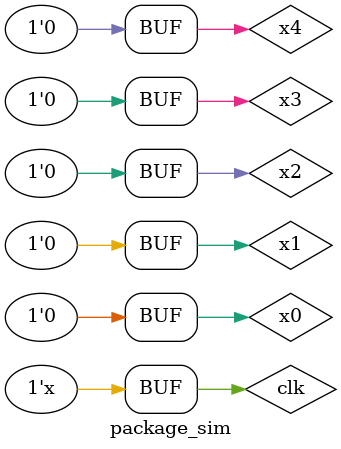
<source format=v>
`timescale 1ns / 1ps

/////!!!!!!!!!!!!!!!!!!!!!×¢£º·ÂÕæÊ±Ðè½«clkµÄ·­×ªÌõ¼þ¸ÄÎªclk==10£¬S2¡¢S3¡¢S6¡¢S7ÏòÏÂÒ»×´Ì¬×ªÒÆÌõ¼þ¸ÄÎªcount5==50
module package_sim();
    reg [3:0] hex0;
    reg clk=0;
    reg x1=0;//s1:´æ°ü£¬s2£ºÈ¡°ü£¬s3£ºÈ·ÈÏ£¬s4£ºÊäÈë
    reg x2=0;
    reg x3=0;
    reg x4=0;
    reg x0=0;
    wire [7:0] segs0;
    wire [7:0] segs1;
    wire [7:0] len;
    wire [15:0] led;
    wire [2:0] choice;
    wire [15:0] srcode;
    wire [3:0] currentstate;
    wire [3:0] nextstate;
always begin
#1 clk=~clk;
end
package U(.hex0(hex0),.clk(clk),.x1(x1),.x2(x2),.x3(x3),.x4(x4),.x0(x0),.segs0(segs0),.segs1(segs1),.len(len),.led(led),.choice(choice),.srcode(srcode),.currentstate(currentstate),.nextstate(nextstate));
initial begin

#200000 x1=1;
#600 x1=0;
#200000 x3=1;
#600 x3=0;

#200000 x1=1;
#600 x1=0;
#200000 x3=1;
#600 x3=0;

#200000 x1=1;
#600 x1=0;
#200000 x3=1;
#600 x3=0;

#200000 x1=1;
#600 x1=0;
#200000 x3=1;
#600 x3=0;

#200000 x1=1;
#600 x1=0;
#200000 x3=1;
#600 x3=0;

#200000 x1=1;
#600 x1=0;
#200000 x3=1;
#600 x3=0;

#200000 x1=1;
#600 x1=0;
#200000 x3=1;
#600 x3=0;

#200000 x1=1;
#600 x1=0;
#200000 x3=1;
#600 x3=0;

#200000 x1=1;
#600 x1=0;
#200000 x3=1;
#600 x3=0;

#200000 x1=1;
#600 x1=0;
#200000 x3=1;
#600 x3=0;

#200000 x1=1;
#600 x1=0;
#200000 x3=1;
#600 x3=0;

#200000 x1=1;
#600 x1=0;
#200000 x3=1;
#600 x3=0;

#200000 x1=1;
#600 x1=0;
#200000 x3=1;
#600 x3=0;

#200000 x1=1;
#600 x1=0;
#200000 x3=1;
#600 x3=0;

#200000 x1=1;
#600 x1=0;
#200000 x3=1;
#600 x3=0;

#200000 x1=1;
#600 x1=0;
#200000 x3=1;
#600 x3=0;

#200000 x1=1;
#600 x1=0;
#200000 x3=1;
#600 x3=0;

end
endmodule

</source>
